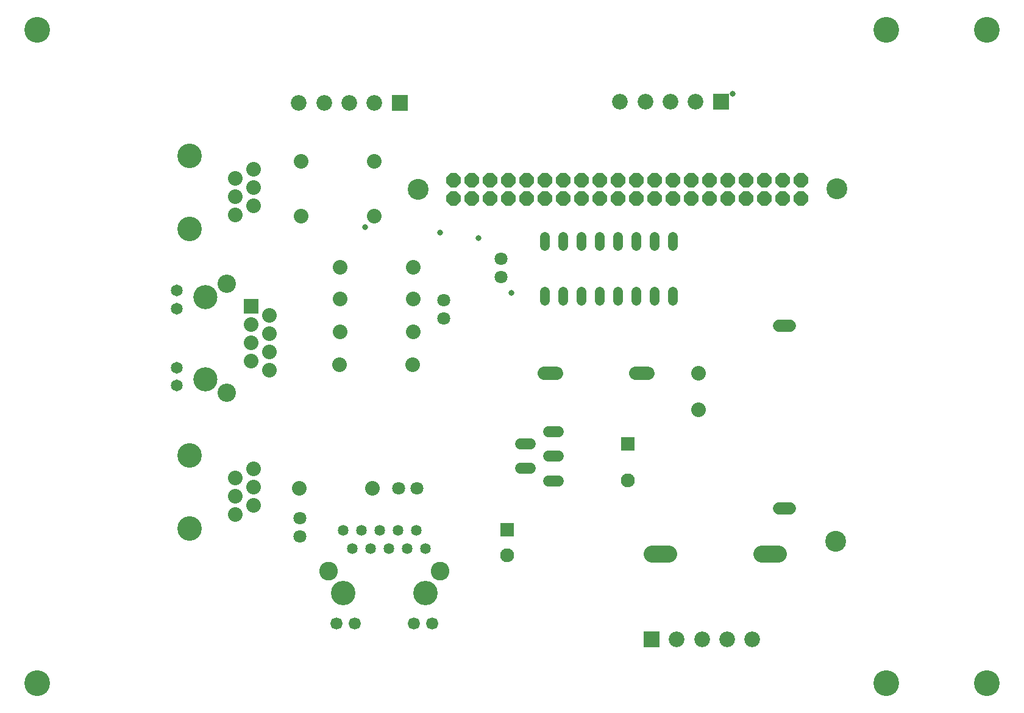
<source format=gbs>
G75*
%MOIN*%
%OFA0B0*%
%FSLAX25Y25*%
%IPPOS*%
%LPD*%
%AMOC8*
5,1,8,0,0,1.08239X$1,22.5*
%
%ADD10C,0.11427*%
%ADD11C,0.14100*%
%ADD12C,0.07600*%
%ADD13R,0.07600X0.07600*%
%ADD14C,0.09450*%
%ADD15C,0.05915*%
%ADD16C,0.06506*%
%ADD17C,0.10226*%
%ADD18C,0.05856*%
%ADD19C,0.06624*%
%ADD20C,0.13395*%
%ADD21C,0.08000*%
%ADD22R,0.08000X0.08000*%
%ADD23C,0.10049*%
%ADD24C,0.06506*%
%ADD25C,0.13198*%
%ADD26C,0.07100*%
%ADD27C,0.05400*%
%ADD28OC8,0.08000*%
%ADD29C,0.07200*%
%ADD30C,0.13400*%
%ADD31R,0.08600X0.08600*%
%ADD32C,0.08600*%
%ADD33C,0.03300*%
D10*
X0274500Y0316500D03*
X0503500Y0317000D03*
X0503000Y0124000D03*
D11*
X0066300Y0046200D03*
X0530700Y0046200D03*
X0585700Y0046200D03*
X0585700Y0404000D03*
X0530700Y0404000D03*
X0066300Y0403900D03*
D12*
X0389100Y0157200D03*
X0323300Y0116200D03*
D13*
X0323300Y0130200D03*
X0389100Y0177200D03*
D14*
X0402575Y0116700D02*
X0411425Y0116700D01*
X0462575Y0116700D02*
X0471425Y0116700D01*
D15*
X0351128Y0157014D02*
X0345813Y0157014D01*
X0335774Y0163707D02*
X0330459Y0163707D01*
X0330459Y0177093D02*
X0335774Y0177093D01*
X0345813Y0183786D02*
X0351128Y0183786D01*
X0351128Y0170400D02*
X0345813Y0170400D01*
D16*
X0472047Y0142000D02*
X0477953Y0142000D01*
X0477953Y0242000D02*
X0472047Y0242000D01*
D17*
X0286492Y0107480D03*
X0225508Y0107480D03*
D18*
X0238480Y0120000D03*
X0248480Y0120000D03*
X0258480Y0120000D03*
X0268480Y0120000D03*
X0278480Y0120000D03*
X0273480Y0130000D03*
X0263480Y0130000D03*
X0253480Y0130000D03*
X0243480Y0130000D03*
X0233480Y0130000D03*
D19*
X0229917Y0078937D03*
X0239917Y0078937D03*
X0272083Y0078937D03*
X0282083Y0078937D03*
D20*
X0278500Y0095472D03*
X0233500Y0095472D03*
D21*
X0174500Y0138500D03*
X0174500Y0148500D03*
X0174500Y0158500D03*
X0184500Y0153500D03*
X0184500Y0143500D03*
X0184500Y0163500D03*
X0209500Y0153000D03*
X0249500Y0153000D03*
X0193181Y0217500D03*
X0183181Y0222500D03*
X0193181Y0227500D03*
X0183181Y0232500D03*
X0193181Y0237500D03*
X0183181Y0242500D03*
X0193181Y0247500D03*
X0232000Y0238500D03*
X0232000Y0256500D03*
X0232000Y0274000D03*
X0250500Y0302000D03*
X0250500Y0332000D03*
X0210500Y0332000D03*
X0184500Y0327500D03*
X0174500Y0322500D03*
X0174500Y0312500D03*
X0174500Y0302500D03*
X0184500Y0307500D03*
X0184500Y0317500D03*
X0210500Y0302000D03*
X0272000Y0274000D03*
X0272000Y0256500D03*
X0272000Y0238500D03*
X0271500Y0220500D03*
X0231500Y0220500D03*
X0428000Y0216000D03*
X0428000Y0196000D03*
D22*
X0183181Y0252500D03*
D23*
X0170012Y0265000D03*
X0170012Y0205157D03*
D24*
X0142453Y0209094D03*
X0142453Y0218937D03*
X0142453Y0251220D03*
X0142453Y0261063D03*
D25*
X0158181Y0257500D03*
X0158181Y0212500D03*
D26*
X0210000Y0136500D03*
X0210000Y0126500D03*
X0264000Y0153000D03*
X0274000Y0153000D03*
X0288500Y0246000D03*
X0288500Y0256000D03*
X0320000Y0268500D03*
X0320000Y0278500D03*
D27*
X0344000Y0285600D02*
X0344000Y0290400D01*
X0354000Y0290400D02*
X0354000Y0285600D01*
X0364000Y0285600D02*
X0364000Y0290400D01*
X0374000Y0290400D02*
X0374000Y0285600D01*
X0384000Y0285600D02*
X0384000Y0290400D01*
X0394000Y0290400D02*
X0394000Y0285600D01*
X0404000Y0285600D02*
X0404000Y0290400D01*
X0414000Y0290400D02*
X0414000Y0285600D01*
X0414000Y0260400D02*
X0414000Y0255600D01*
X0404000Y0255600D02*
X0404000Y0260400D01*
X0394000Y0260400D02*
X0394000Y0255600D01*
X0384000Y0255600D02*
X0384000Y0260400D01*
X0374000Y0260400D02*
X0374000Y0255600D01*
X0364000Y0255600D02*
X0364000Y0260400D01*
X0354000Y0260400D02*
X0354000Y0255600D01*
X0344000Y0255600D02*
X0344000Y0260400D01*
D28*
X0344000Y0311500D03*
X0334000Y0311500D03*
X0334000Y0321500D03*
X0344000Y0321500D03*
X0354000Y0321500D03*
X0364000Y0321500D03*
X0364000Y0311500D03*
X0354000Y0311500D03*
X0374000Y0311500D03*
X0374000Y0321500D03*
X0384000Y0321500D03*
X0394000Y0321500D03*
X0394000Y0311500D03*
X0384000Y0311500D03*
X0404000Y0311500D03*
X0414000Y0311500D03*
X0414000Y0321500D03*
X0404000Y0321500D03*
X0424000Y0321500D03*
X0434000Y0321500D03*
X0434000Y0311500D03*
X0424000Y0311500D03*
X0444000Y0311500D03*
X0454000Y0311500D03*
X0454000Y0321500D03*
X0444000Y0321500D03*
X0464000Y0321500D03*
X0474000Y0321500D03*
X0474000Y0311500D03*
X0464000Y0311500D03*
X0484000Y0311500D03*
X0484000Y0321500D03*
X0324000Y0321500D03*
X0314000Y0321500D03*
X0314000Y0311500D03*
X0324000Y0311500D03*
X0304000Y0311500D03*
X0294000Y0311500D03*
X0294000Y0321500D03*
X0304000Y0321500D03*
D29*
X0343700Y0216000D02*
X0350300Y0216000D01*
X0393700Y0216000D02*
X0400300Y0216000D01*
D30*
X0149500Y0171000D03*
X0149500Y0131000D03*
X0149500Y0295000D03*
X0149500Y0335000D03*
D31*
X0264500Y0364000D03*
X0440100Y0364500D03*
X0402200Y0070300D03*
D32*
X0415980Y0070300D03*
X0429759Y0070300D03*
X0443539Y0070300D03*
X0457318Y0070300D03*
X0426320Y0364500D03*
X0412541Y0364500D03*
X0398761Y0364500D03*
X0384982Y0364500D03*
X0250720Y0364000D03*
X0236941Y0364000D03*
X0223161Y0364000D03*
X0209382Y0364000D03*
D33*
X0245500Y0296000D03*
X0286500Y0293000D03*
X0307500Y0290000D03*
X0325500Y0260000D03*
X0446500Y0369000D03*
M02*

</source>
